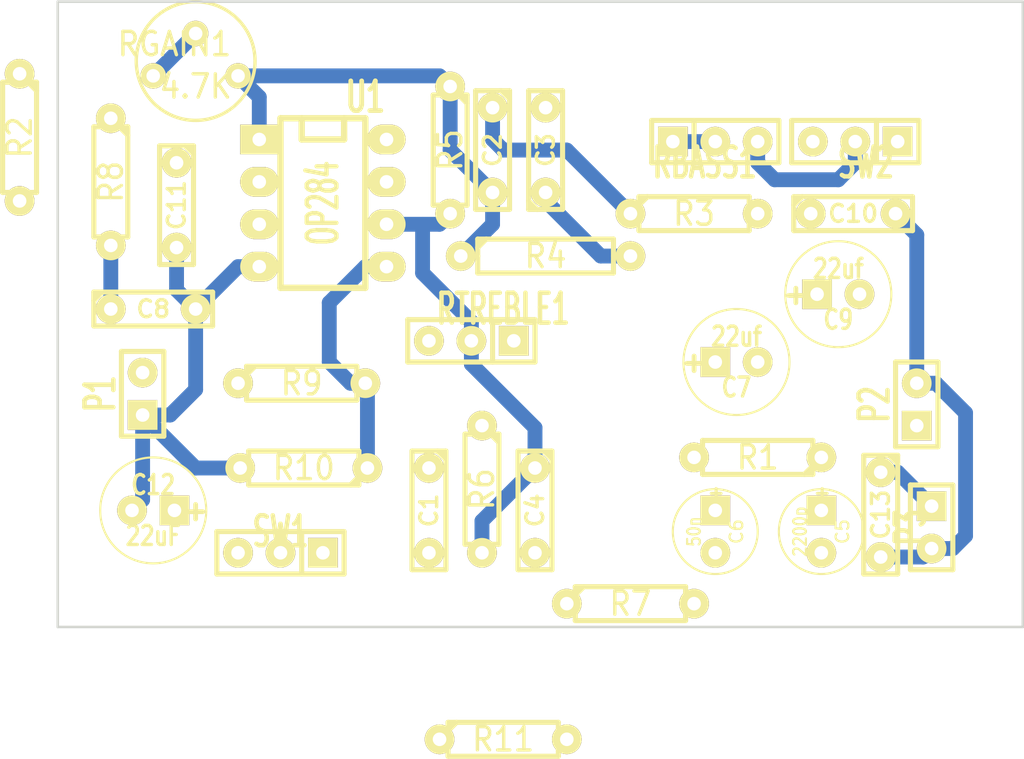
<source format=kicad_pcb>
(kicad_pcb (version 3) (host pcbnew "(2013-05-16 BZR 4016)-stable")

  (general
    (links 56)
    (no_connects 31)
    (area 138.354999 103.530399 201.497001 143.361402)
    (thickness 1.6)
    (drawings 4)
    (tracks 63)
    (zones 0)
    (modules 33)
    (nets 22)
  )

  (page A4)
  (layers
    (15 F.Cu signal)
    (0 B.Cu signal)
    (16 Dessous.Adhes user)
    (17 Dessus.Adhes user)
    (18 Dessous.Pate user)
    (19 Dessus.Pate user)
    (20 Dessous.SilkS user)
    (21 Dessus.SilkS user)
    (22 Dessous.Masque user)
    (23 Dessus.Masque user)
    (24 Dessin.User user)
    (25 Cmts.User user)
    (26 Eco1.User user)
    (27 Eco2.User user)
    (28 Contours.Ci user)
  )

  (setup
    (last_trace_width 0.889)
    (trace_clearance 0.508)
    (zone_clearance 0.508)
    (zone_45_only no)
    (trace_min 0.508)
    (segment_width 0.2)
    (edge_width 0.15)
    (via_size 1.778)
    (via_drill 0.762)
    (via_min_size 1.27)
    (via_min_drill 0.508)
    (uvia_size 0.508)
    (uvia_drill 0.127)
    (uvias_allowed no)
    (uvia_min_size 0.508)
    (uvia_min_drill 0.127)
    (pcb_text_width 0.3)
    (pcb_text_size 1.5 1.5)
    (mod_edge_width 0.15)
    (mod_text_size 1.5 1.5)
    (mod_text_width 0.15)
    (pad_size 1.778 2.286)
    (pad_drill 0.8128)
    (pad_to_mask_clearance 0.2)
    (aux_axis_origin 0 0)
    (visible_elements 7FFEFDFF)
    (pcbplotparams
      (layerselection 3178497)
      (usegerberextensions true)
      (excludeedgelayer true)
      (linewidth 0.150000)
      (plotframeref false)
      (viasonmask false)
      (mode 1)
      (useauxorigin false)
      (hpglpennumber 1)
      (hpglpenspeed 20)
      (hpglpendiameter 15)
      (hpglpenoverlay 2)
      (psnegative false)
      (psa4output false)
      (plotreference true)
      (plotvalue true)
      (plotothertext true)
      (plotinvisibletext false)
      (padsonsilk false)
      (subtractmaskfromsilk false)
      (outputformat 1)
      (mirror false)
      (drillshape 0)
      (scaleselection 1)
      (outputdirectory ""))
  )

  (net 0 "")
  (net 1 +9V)
  (net 2 GND)
  (net 3 N-0000010)
  (net 4 N-0000011)
  (net 5 N-0000012)
  (net 6 N-0000013)
  (net 7 N-0000014)
  (net 8 N-0000015)
  (net 9 N-0000016)
  (net 10 N-0000017)
  (net 11 N-0000018)
  (net 12 N-0000019)
  (net 13 N-0000020)
  (net 14 N-0000021)
  (net 15 N-000003)
  (net 16 N-000005)
  (net 17 N-000006)
  (net 18 N-000007)
  (net 19 N-000008)
  (net 20 N-000009)
  (net 21 Vref)

  (net_class Default "Ceci est la Netclass par défaut"
    (clearance 0.508)
    (trace_width 0.889)
    (via_dia 1.778)
    (via_drill 0.762)
    (uvia_dia 0.508)
    (uvia_drill 0.127)
    (add_net "")
    (add_net +9V)
    (add_net GND)
    (add_net N-0000010)
    (add_net N-0000011)
    (add_net N-0000012)
    (add_net N-0000013)
    (add_net N-0000014)
    (add_net N-0000015)
    (add_net N-0000016)
    (add_net N-0000017)
    (add_net N-0000018)
    (add_net N-0000019)
    (add_net N-0000020)
    (add_net N-0000021)
    (add_net N-000003)
    (add_net N-000005)
    (add_net N-000006)
    (add_net N-000007)
    (add_net N-000008)
    (add_net N-000009)
    (add_net Vref)
  )

  (module DIP-8_LARGE_PADS (layer F.Cu) (tedit 51B5D673) (tstamp 51B1DF9B)
    (at 154.305 116.205 270)
    (descr "8 pins DIL package, elliptical pads")
    (tags DIL)
    (path /51B0ED3A)
    (fp_text reference U1 (at -6.35 -2.54 360) (layer Dessus.SilkS)
      (effects (font (size 1.778 1.143) (thickness 0.3048)))
    )
    (fp_text value OP284 (at 0 0 270) (layer Dessus.SilkS)
      (effects (font (size 1.778 1.016) (thickness 0.3048)))
    )
    (fp_line (start -5.08 -1.27) (end -3.81 -1.27) (layer Dessus.SilkS) (width 0.381))
    (fp_line (start -3.81 -1.27) (end -3.81 1.27) (layer Dessus.SilkS) (width 0.381))
    (fp_line (start -3.81 1.27) (end -5.08 1.27) (layer Dessus.SilkS) (width 0.381))
    (fp_line (start -5.08 -2.54) (end 5.08 -2.54) (layer Dessus.SilkS) (width 0.381))
    (fp_line (start 5.08 -2.54) (end 5.08 2.54) (layer Dessus.SilkS) (width 0.381))
    (fp_line (start 5.08 2.54) (end -5.08 2.54) (layer Dessus.SilkS) (width 0.381))
    (fp_line (start -5.08 2.54) (end -5.08 -2.54) (layer Dessus.SilkS) (width 0.381))
    (pad 1 thru_hole rect (at -3.81 3.81 270) (size 1.778 2.286) (drill 0.8128)
      (layers *.Cu *.Mask Dessus.SilkS)
      (net 7 N-0000014)
    )
    (pad 2 thru_hole oval (at -1.27 3.81 270) (size 1.778 2.286) (drill 0.8128)
      (layers *.Cu *.Mask Dessus.SilkS)
      (net 16 N-000005)
    )
    (pad 3 thru_hole oval (at 1.27 3.81 270) (size 1.778 2.286) (drill 0.8128)
      (layers *.Cu *.Mask Dessus.SilkS)
      (net 15 N-000003)
    )
    (pad 4 thru_hole oval (at 3.81 3.81 270) (size 1.778 2.286) (drill 0.8128)
      (layers *.Cu *.Mask Dessus.SilkS)
      (net 2 GND)
    )
    (pad 5 thru_hole oval (at 3.81 -3.81 270) (size 1.778 2.286) (drill 0.8128)
      (layers *.Cu *.Mask Dessus.SilkS)
      (net 21 Vref)
    )
    (pad 6 thru_hole oval (at 1.27 -3.81 270) (size 1.778 2.286) (drill 0.8128)
      (layers *.Cu *.Mask Dessus.SilkS)
      (net 12 N-0000019)
    )
    (pad 7 thru_hole oval (at -1.27 -3.81 270) (size 1.778 2.286) (drill 0.8128)
      (layers *.Cu *.Mask Dessus.SilkS)
      (net 11 N-0000018)
    )
    (pad 8 thru_hole oval (at -3.81 -3.81 270) (size 1.778 2.286) (drill 0.8128)
      (layers *.Cu *.Mask Dessus.SilkS)
      (net 1 +9V)
    )
    (model dil/dil_8.wrl
      (at (xyz 0 0 0))
      (scale (xyz 1 1 1))
      (rotate (xyz 0 0 0))
    )
  )

  (module R3-LARGE_PADS (layer F.Cu) (tedit 51B5A1F4) (tstamp 51B1DF88)
    (at 136.144 112.268 270)
    (descr "Resitance 3 pas")
    (tags R)
    (path /51B1A765)
    (autoplace_cost180 10)
    (fp_text reference R2 (at 0 0 270) (layer Dessus.SilkS)
      (effects (font (size 1.397 1.27) (thickness 0.2032)))
    )
    (fp_text value 500 (at 0 0 270) (layer Dessus.SilkS) hide
      (effects (font (size 1.397 1.27) (thickness 0.2032)))
    )
    (fp_line (start -3.81 0) (end -3.302 0) (layer Dessus.SilkS) (width 0.3048))
    (fp_line (start 3.81 0) (end 3.302 0) (layer Dessus.SilkS) (width 0.3048))
    (fp_line (start 3.302 0) (end 3.302 -1.016) (layer Dessus.SilkS) (width 0.3048))
    (fp_line (start 3.302 -1.016) (end -3.302 -1.016) (layer Dessus.SilkS) (width 0.3048))
    (fp_line (start -3.302 -1.016) (end -3.302 1.016) (layer Dessus.SilkS) (width 0.3048))
    (fp_line (start -3.302 1.016) (end 3.302 1.016) (layer Dessus.SilkS) (width 0.3048))
    (fp_line (start 3.302 1.016) (end 3.302 0) (layer Dessus.SilkS) (width 0.3048))
    (fp_line (start -3.302 -0.508) (end -2.794 -1.016) (layer Dessus.SilkS) (width 0.3048))
    (pad 1 thru_hole circle (at -3.81 0 270) (size 1.778 1.778) (drill 0.8128)
      (layers *.Cu *.Mask Dessus.SilkS)
      (net 18 N-000007)
    )
    (pad 2 thru_hole circle (at 3.81 0 270) (size 1.778 1.778) (drill 0.8128)
      (layers *.Cu *.Mask Dessus.SilkS)
      (net 16 N-000005)
    )
    (model discret/resistor.wrl
      (at (xyz 0 0 0))
      (scale (xyz 0.3 0.3 0.3))
      (rotate (xyz 0 0 0))
    )
  )

  (module R3-LARGE_PADS (layer F.Cu) (tedit 51B5A1F4) (tstamp 51B1DF7A)
    (at 180.34 131.445 180)
    (descr "Resitance 3 pas")
    (tags R)
    (path /51B1A73D)
    (autoplace_cost180 10)
    (fp_text reference R1 (at 0 0 180) (layer Dessus.SilkS)
      (effects (font (size 1.397 1.27) (thickness 0.2032)))
    )
    (fp_text value 1Meg (at 0 0 180) (layer Dessus.SilkS) hide
      (effects (font (size 1.397 1.27) (thickness 0.2032)))
    )
    (fp_line (start -3.81 0) (end -3.302 0) (layer Dessus.SilkS) (width 0.3048))
    (fp_line (start 3.81 0) (end 3.302 0) (layer Dessus.SilkS) (width 0.3048))
    (fp_line (start 3.302 0) (end 3.302 -1.016) (layer Dessus.SilkS) (width 0.3048))
    (fp_line (start 3.302 -1.016) (end -3.302 -1.016) (layer Dessus.SilkS) (width 0.3048))
    (fp_line (start -3.302 -1.016) (end -3.302 1.016) (layer Dessus.SilkS) (width 0.3048))
    (fp_line (start -3.302 1.016) (end 3.302 1.016) (layer Dessus.SilkS) (width 0.3048))
    (fp_line (start 3.302 1.016) (end 3.302 0) (layer Dessus.SilkS) (width 0.3048))
    (fp_line (start -3.302 -0.508) (end -2.794 -1.016) (layer Dessus.SilkS) (width 0.3048))
    (pad 1 thru_hole circle (at -3.81 0 180) (size 1.778 1.778) (drill 0.8128)
      (layers *.Cu *.Mask Dessus.SilkS)
      (net 15 N-000003)
    )
    (pad 2 thru_hole circle (at 3.81 0 180) (size 1.778 1.778) (drill 0.8128)
      (layers *.Cu *.Mask Dessus.SilkS)
      (net 21 Vref)
    )
    (model discret/resistor.wrl
      (at (xyz 0 0 0))
      (scale (xyz 0.3 0.3 0.3))
      (rotate (xyz 0 0 0))
    )
  )

  (module R3-LARGE_PADS (layer F.Cu) (tedit 51B5A1F4) (tstamp 51B1DF6C)
    (at 176.53 116.84)
    (descr "Resitance 3 pas")
    (tags R)
    (path /51B1A74C)
    (autoplace_cost180 10)
    (fp_text reference R3 (at 0 0) (layer Dessus.SilkS)
      (effects (font (size 1.397 1.27) (thickness 0.2032)))
    )
    (fp_text value 10K (at 0 0) (layer Dessus.SilkS) hide
      (effects (font (size 1.397 1.27) (thickness 0.2032)))
    )
    (fp_line (start -3.81 0) (end -3.302 0) (layer Dessus.SilkS) (width 0.3048))
    (fp_line (start 3.81 0) (end 3.302 0) (layer Dessus.SilkS) (width 0.3048))
    (fp_line (start 3.302 0) (end 3.302 -1.016) (layer Dessus.SilkS) (width 0.3048))
    (fp_line (start 3.302 -1.016) (end -3.302 -1.016) (layer Dessus.SilkS) (width 0.3048))
    (fp_line (start -3.302 -1.016) (end -3.302 1.016) (layer Dessus.SilkS) (width 0.3048))
    (fp_line (start -3.302 1.016) (end 3.302 1.016) (layer Dessus.SilkS) (width 0.3048))
    (fp_line (start 3.302 1.016) (end 3.302 0) (layer Dessus.SilkS) (width 0.3048))
    (fp_line (start -3.302 -0.508) (end -2.794 -1.016) (layer Dessus.SilkS) (width 0.3048))
    (pad 1 thru_hole circle (at -3.81 0) (size 1.778 1.778) (drill 0.8128)
      (layers *.Cu *.Mask Dessus.SilkS)
      (net 16 N-000005)
    )
    (pad 2 thru_hole circle (at 3.81 0) (size 1.778 1.778) (drill 0.8128)
      (layers *.Cu *.Mask Dessus.SilkS)
      (net 21 Vref)
    )
    (model discret/resistor.wrl
      (at (xyz 0 0 0))
      (scale (xyz 0.3 0.3 0.3))
      (rotate (xyz 0 0 0))
    )
  )

  (module R3-LARGE_PADS (layer F.Cu) (tedit 51B5A1F4) (tstamp 51B1DF5E)
    (at 163.83 133.35 270)
    (descr "Resitance 3 pas")
    (tags R)
    (path /5194A4EE)
    (autoplace_cost180 10)
    (fp_text reference R6 (at 0 0 270) (layer Dessus.SilkS)
      (effects (font (size 1.397 1.27) (thickness 0.2032)))
    )
    (fp_text value 15K (at 0 0 270) (layer Dessus.SilkS) hide
      (effects (font (size 1.397 1.27) (thickness 0.2032)))
    )
    (fp_line (start -3.81 0) (end -3.302 0) (layer Dessus.SilkS) (width 0.3048))
    (fp_line (start 3.81 0) (end 3.302 0) (layer Dessus.SilkS) (width 0.3048))
    (fp_line (start 3.302 0) (end 3.302 -1.016) (layer Dessus.SilkS) (width 0.3048))
    (fp_line (start 3.302 -1.016) (end -3.302 -1.016) (layer Dessus.SilkS) (width 0.3048))
    (fp_line (start -3.302 -1.016) (end -3.302 1.016) (layer Dessus.SilkS) (width 0.3048))
    (fp_line (start -3.302 1.016) (end 3.302 1.016) (layer Dessus.SilkS) (width 0.3048))
    (fp_line (start 3.302 1.016) (end 3.302 0) (layer Dessus.SilkS) (width 0.3048))
    (fp_line (start -3.302 -0.508) (end -2.794 -1.016) (layer Dessus.SilkS) (width 0.3048))
    (pad 1 thru_hole circle (at -3.81 0 270) (size 1.778 1.778) (drill 0.8128)
      (layers *.Cu *.Mask Dessus.SilkS)
      (net 10 N-0000017)
    )
    (pad 2 thru_hole circle (at 3.81 0 270) (size 1.778 1.778) (drill 0.8128)
      (layers *.Cu *.Mask Dessus.SilkS)
      (net 12 N-0000019)
    )
    (model discret/resistor.wrl
      (at (xyz 0 0 0))
      (scale (xyz 0.3 0.3 0.3))
      (rotate (xyz 0 0 0))
    )
  )

  (module R3-LARGE_PADS (layer F.Cu) (tedit 51B5A1F4) (tstamp 51B1DF42)
    (at 172.72 140.208)
    (descr "Resitance 3 pas")
    (tags R)
    (path /53563E86)
    (autoplace_cost180 10)
    (fp_text reference R7 (at 0 0) (layer Dessus.SilkS)
      (effects (font (size 1.397 1.27) (thickness 0.2032)))
    )
    (fp_text value 22K (at 0 0) (layer Dessus.SilkS) hide
      (effects (font (size 1.397 1.27) (thickness 0.2032)))
    )
    (fp_line (start -3.81 0) (end -3.302 0) (layer Dessus.SilkS) (width 0.3048))
    (fp_line (start 3.81 0) (end 3.302 0) (layer Dessus.SilkS) (width 0.3048))
    (fp_line (start 3.302 0) (end 3.302 -1.016) (layer Dessus.SilkS) (width 0.3048))
    (fp_line (start 3.302 -1.016) (end -3.302 -1.016) (layer Dessus.SilkS) (width 0.3048))
    (fp_line (start -3.302 -1.016) (end -3.302 1.016) (layer Dessus.SilkS) (width 0.3048))
    (fp_line (start -3.302 1.016) (end 3.302 1.016) (layer Dessus.SilkS) (width 0.3048))
    (fp_line (start 3.302 1.016) (end 3.302 0) (layer Dessus.SilkS) (width 0.3048))
    (fp_line (start -3.302 -0.508) (end -2.794 -1.016) (layer Dessus.SilkS) (width 0.3048))
    (pad 1 thru_hole circle (at -3.81 0) (size 1.778 1.778) (drill 0.8128)
      (layers *.Cu *.Mask Dessus.SilkS)
      (net 11 N-0000018)
    )
    (pad 2 thru_hole circle (at 3.81 0) (size 1.778 1.778) (drill 0.8128)
      (layers *.Cu *.Mask Dessus.SilkS)
      (net 20 N-000009)
    )
    (model discret/resistor.wrl
      (at (xyz 0 0 0))
      (scale (xyz 0.3 0.3 0.3))
      (rotate (xyz 0 0 0))
    )
  )

  (module R3-LARGE_PADS (layer F.Cu) (tedit 51B5A1F4) (tstamp 51B1DF34)
    (at 153.035 127)
    (descr "Resitance 3 pas")
    (tags R)
    (path /5194B4AA)
    (autoplace_cost180 10)
    (fp_text reference R9 (at 0 0) (layer Dessus.SilkS)
      (effects (font (size 1.397 1.27) (thickness 0.2032)))
    )
    (fp_text value 20K (at 0 0) (layer Dessus.SilkS) hide
      (effects (font (size 1.397 1.27) (thickness 0.2032)))
    )
    (fp_line (start -3.81 0) (end -3.302 0) (layer Dessus.SilkS) (width 0.3048))
    (fp_line (start 3.81 0) (end 3.302 0) (layer Dessus.SilkS) (width 0.3048))
    (fp_line (start 3.302 0) (end 3.302 -1.016) (layer Dessus.SilkS) (width 0.3048))
    (fp_line (start 3.302 -1.016) (end -3.302 -1.016) (layer Dessus.SilkS) (width 0.3048))
    (fp_line (start -3.302 -1.016) (end -3.302 1.016) (layer Dessus.SilkS) (width 0.3048))
    (fp_line (start -3.302 1.016) (end 3.302 1.016) (layer Dessus.SilkS) (width 0.3048))
    (fp_line (start 3.302 1.016) (end 3.302 0) (layer Dessus.SilkS) (width 0.3048))
    (fp_line (start -3.302 -0.508) (end -2.794 -1.016) (layer Dessus.SilkS) (width 0.3048))
    (pad 1 thru_hole circle (at -3.81 0) (size 1.778 1.778) (drill 0.8128)
      (layers *.Cu *.Mask Dessus.SilkS)
      (net 1 +9V)
    )
    (pad 2 thru_hole circle (at 3.81 0) (size 1.778 1.778) (drill 0.8128)
      (layers *.Cu *.Mask Dessus.SilkS)
      (net 21 Vref)
    )
    (model discret/resistor.wrl
      (at (xyz 0 0 0))
      (scale (xyz 0.3 0.3 0.3))
      (rotate (xyz 0 0 0))
    )
  )

  (module R3-LARGE_PADS (layer F.Cu) (tedit 51B5A1F4) (tstamp 51B1DF26)
    (at 141.605 114.935 270)
    (descr "Resitance 3 pas")
    (tags R)
    (path /51B1AF4B)
    (autoplace_cost180 10)
    (fp_text reference R8 (at 0 0 270) (layer Dessus.SilkS)
      (effects (font (size 1.397 1.27) (thickness 0.2032)))
    )
    (fp_text value 1Meg (at 0 0 270) (layer Dessus.SilkS) hide
      (effects (font (size 1.397 1.27) (thickness 0.2032)))
    )
    (fp_line (start -3.81 0) (end -3.302 0) (layer Dessus.SilkS) (width 0.3048))
    (fp_line (start 3.81 0) (end 3.302 0) (layer Dessus.SilkS) (width 0.3048))
    (fp_line (start 3.302 0) (end 3.302 -1.016) (layer Dessus.SilkS) (width 0.3048))
    (fp_line (start 3.302 -1.016) (end -3.302 -1.016) (layer Dessus.SilkS) (width 0.3048))
    (fp_line (start -3.302 -1.016) (end -3.302 1.016) (layer Dessus.SilkS) (width 0.3048))
    (fp_line (start -3.302 1.016) (end 3.302 1.016) (layer Dessus.SilkS) (width 0.3048))
    (fp_line (start 3.302 1.016) (end 3.302 0) (layer Dessus.SilkS) (width 0.3048))
    (fp_line (start -3.302 -0.508) (end -2.794 -1.016) (layer Dessus.SilkS) (width 0.3048))
    (pad 1 thru_hole circle (at -3.81 0 270) (size 1.778 1.778) (drill 0.8128)
      (layers *.Cu *.Mask Dessus.SilkS)
      (net 3 N-0000010)
    )
    (pad 2 thru_hole circle (at 3.81 0 270) (size 1.778 1.778) (drill 0.8128)
      (layers *.Cu *.Mask Dessus.SilkS)
      (net 21 Vref)
    )
    (model discret/resistor.wrl
      (at (xyz 0 0 0))
      (scale (xyz 0.3 0.3 0.3))
      (rotate (xyz 0 0 0))
    )
  )

  (module R3-LARGE_PADS (layer F.Cu) (tedit 51B5A1F4) (tstamp 51B1EF87)
    (at 153.162 132.08 180)
    (descr "Resitance 3 pas")
    (tags R)
    (path /5194B4B0)
    (autoplace_cost180 10)
    (fp_text reference R10 (at 0 0 180) (layer Dessus.SilkS)
      (effects (font (size 1.397 1.27) (thickness 0.2032)))
    )
    (fp_text value 20K (at 0 0 180) (layer Dessus.SilkS) hide
      (effects (font (size 1.397 1.27) (thickness 0.2032)))
    )
    (fp_line (start -3.81 0) (end -3.302 0) (layer Dessus.SilkS) (width 0.3048))
    (fp_line (start 3.81 0) (end 3.302 0) (layer Dessus.SilkS) (width 0.3048))
    (fp_line (start 3.302 0) (end 3.302 -1.016) (layer Dessus.SilkS) (width 0.3048))
    (fp_line (start 3.302 -1.016) (end -3.302 -1.016) (layer Dessus.SilkS) (width 0.3048))
    (fp_line (start -3.302 -1.016) (end -3.302 1.016) (layer Dessus.SilkS) (width 0.3048))
    (fp_line (start -3.302 1.016) (end 3.302 1.016) (layer Dessus.SilkS) (width 0.3048))
    (fp_line (start 3.302 1.016) (end 3.302 0) (layer Dessus.SilkS) (width 0.3048))
    (fp_line (start -3.302 -0.508) (end -2.794 -1.016) (layer Dessus.SilkS) (width 0.3048))
    (pad 1 thru_hole circle (at -3.81 0 180) (size 1.778 1.778) (drill 0.8128)
      (layers *.Cu *.Mask Dessus.SilkS)
      (net 21 Vref)
    )
    (pad 2 thru_hole circle (at 3.81 0 180) (size 1.778 1.778) (drill 0.8128)
      (layers *.Cu *.Mask Dessus.SilkS)
      (net 2 GND)
    )
    (model discret/resistor.wrl
      (at (xyz 0 0 0))
      (scale (xyz 0.3 0.3 0.3))
      (rotate (xyz 0 0 0))
    )
  )

  (module R3-LARGE_PADS (layer F.Cu) (tedit 51B5A1F4) (tstamp 51B1DF50)
    (at 161.925 113.03 270)
    (descr "Resitance 3 pas")
    (tags R)
    (path /5194A4D6)
    (autoplace_cost180 10)
    (fp_text reference R5 (at 0 0 270) (layer Dessus.SilkS)
      (effects (font (size 1.397 1.27) (thickness 0.2032)))
    )
    (fp_text value 47K (at 0 0 270) (layer Dessus.SilkS) hide
      (effects (font (size 1.397 1.27) (thickness 0.2032)))
    )
    (fp_line (start -3.81 0) (end -3.302 0) (layer Dessus.SilkS) (width 0.3048))
    (fp_line (start 3.81 0) (end 3.302 0) (layer Dessus.SilkS) (width 0.3048))
    (fp_line (start 3.302 0) (end 3.302 -1.016) (layer Dessus.SilkS) (width 0.3048))
    (fp_line (start 3.302 -1.016) (end -3.302 -1.016) (layer Dessus.SilkS) (width 0.3048))
    (fp_line (start -3.302 -1.016) (end -3.302 1.016) (layer Dessus.SilkS) (width 0.3048))
    (fp_line (start -3.302 1.016) (end 3.302 1.016) (layer Dessus.SilkS) (width 0.3048))
    (fp_line (start 3.302 1.016) (end 3.302 0) (layer Dessus.SilkS) (width 0.3048))
    (fp_line (start -3.302 -0.508) (end -2.794 -1.016) (layer Dessus.SilkS) (width 0.3048))
    (pad 1 thru_hole circle (at -3.81 0 270) (size 1.778 1.778) (drill 0.8128)
      (layers *.Cu *.Mask Dessus.SilkS)
      (net 7 N-0000014)
    )
    (pad 2 thru_hole circle (at 3.81 0 270) (size 1.778 1.778) (drill 0.8128)
      (layers *.Cu *.Mask Dessus.SilkS)
      (net 12 N-0000019)
    )
    (model discret/resistor.wrl
      (at (xyz 0 0 0))
      (scale (xyz 0.3 0.3 0.3))
      (rotate (xyz 0 0 0))
    )
  )

  (module C2-LARGE_PADS (layer F.Cu) (tedit 51B5A1DF) (tstamp 51B1DFE8)
    (at 145.542 116.332 270)
    (descr "Condensateur = 2 pas")
    (tags C)
    (path /5194AE09)
    (fp_text reference C11 (at 0 0 270) (layer Dessus.SilkS)
      (effects (font (size 1.016 1.016) (thickness 0.2032)))
    )
    (fp_text value 47nf (at 0 0 270) (layer Dessus.SilkS) hide
      (effects (font (size 1.016 1.016) (thickness 0.2032)))
    )
    (fp_line (start -3.556 -1.016) (end 3.556 -1.016) (layer Dessus.SilkS) (width 0.3048))
    (fp_line (start 3.556 -1.016) (end 3.556 1.016) (layer Dessus.SilkS) (width 0.3048))
    (fp_line (start 3.556 1.016) (end -3.556 1.016) (layer Dessus.SilkS) (width 0.3048))
    (fp_line (start -3.556 1.016) (end -3.556 -1.016) (layer Dessus.SilkS) (width 0.3048))
    (fp_line (start -3.556 -0.508) (end -3.048 -1.016) (layer Dessus.SilkS) (width 0.3048))
    (pad 1 thru_hole circle (at -2.54 0 270) (size 1.778 1.778) (drill 0.8128)
      (layers *.Cu *.Mask Dessus.SilkS)
      (net 5 N-0000012)
    )
    (pad 2 thru_hole circle (at 2.54 0 270) (size 1.778 1.778) (drill 0.8128)
      (layers *.Cu *.Mask Dessus.SilkS)
      (net 2 GND)
    )
    (model discret/capa_2pas_5x5mm.wrl
      (at (xyz 0 0 0))
      (scale (xyz 1 1 1))
      (rotate (xyz 0 0 0))
    )
  )

  (module C2-LARGE_PADS (layer F.Cu) (tedit 51B5A1DF) (tstamp 51B1DFDD)
    (at 167.005 134.62 270)
    (descr "Condensateur = 2 pas")
    (tags C)
    (path /5194A574)
    (fp_text reference C4 (at 0 0 270) (layer Dessus.SilkS)
      (effects (font (size 1.016 1.016) (thickness 0.2032)))
    )
    (fp_text value 470p (at 0 0 270) (layer Dessus.SilkS) hide
      (effects (font (size 1.016 1.016) (thickness 0.2032)))
    )
    (fp_line (start -3.556 -1.016) (end 3.556 -1.016) (layer Dessus.SilkS) (width 0.3048))
    (fp_line (start 3.556 -1.016) (end 3.556 1.016) (layer Dessus.SilkS) (width 0.3048))
    (fp_line (start 3.556 1.016) (end -3.556 1.016) (layer Dessus.SilkS) (width 0.3048))
    (fp_line (start -3.556 1.016) (end -3.556 -1.016) (layer Dessus.SilkS) (width 0.3048))
    (fp_line (start -3.556 -0.508) (end -3.048 -1.016) (layer Dessus.SilkS) (width 0.3048))
    (pad 1 thru_hole circle (at -2.54 0 270) (size 1.778 1.778) (drill 0.8128)
      (layers *.Cu *.Mask Dessus.SilkS)
      (net 12 N-0000019)
    )
    (pad 2 thru_hole circle (at 2.54 0 270) (size 1.778 1.778) (drill 0.8128)
      (layers *.Cu *.Mask Dessus.SilkS)
      (net 11 N-0000018)
    )
    (model discret/capa_2pas_5x5mm.wrl
      (at (xyz 0 0 0))
      (scale (xyz 1 1 1))
      (rotate (xyz 0 0 0))
    )
  )

  (module C2-LARGE_PADS (layer F.Cu) (tedit 51B5A1DF) (tstamp 51B1DFD2)
    (at 144.145 122.555)
    (descr "Condensateur = 2 pas")
    (tags C)
    (path /5194B4BA)
    (fp_text reference C8 (at 0 0) (layer Dessus.SilkS)
      (effects (font (size 1.016 1.016) (thickness 0.2032)))
    )
    (fp_text value 50uf (at 0 0) (layer Dessus.SilkS) hide
      (effects (font (size 1.016 1.016) (thickness 0.2032)))
    )
    (fp_line (start -3.556 -1.016) (end 3.556 -1.016) (layer Dessus.SilkS) (width 0.3048))
    (fp_line (start 3.556 -1.016) (end 3.556 1.016) (layer Dessus.SilkS) (width 0.3048))
    (fp_line (start 3.556 1.016) (end -3.556 1.016) (layer Dessus.SilkS) (width 0.3048))
    (fp_line (start -3.556 1.016) (end -3.556 -1.016) (layer Dessus.SilkS) (width 0.3048))
    (fp_line (start -3.556 -0.508) (end -3.048 -1.016) (layer Dessus.SilkS) (width 0.3048))
    (pad 1 thru_hole circle (at -2.54 0) (size 1.778 1.778) (drill 0.8128)
      (layers *.Cu *.Mask Dessus.SilkS)
      (net 21 Vref)
    )
    (pad 2 thru_hole circle (at 2.54 0) (size 1.778 1.778) (drill 0.8128)
      (layers *.Cu *.Mask Dessus.SilkS)
      (net 2 GND)
    )
    (model discret/capa_2pas_5x5mm.wrl
      (at (xyz 0 0 0))
      (scale (xyz 1 1 1))
      (rotate (xyz 0 0 0))
    )
  )

  (module C2-LARGE_PADS (layer F.Cu) (tedit 51B5A1DF) (tstamp 51B1DFC7)
    (at 167.64 113.03 90)
    (descr "Condensateur = 2 pas")
    (tags C)
    (path /5194A4FE)
    (fp_text reference C3 (at 0 0 90) (layer Dessus.SilkS)
      (effects (font (size 1.016 1.016) (thickness 0.2032)))
    )
    (fp_text value 11n (at 0 0 90) (layer Dessus.SilkS) hide
      (effects (font (size 1.016 1.016) (thickness 0.2032)))
    )
    (fp_line (start -3.556 -1.016) (end 3.556 -1.016) (layer Dessus.SilkS) (width 0.3048))
    (fp_line (start 3.556 -1.016) (end 3.556 1.016) (layer Dessus.SilkS) (width 0.3048))
    (fp_line (start 3.556 1.016) (end -3.556 1.016) (layer Dessus.SilkS) (width 0.3048))
    (fp_line (start -3.556 1.016) (end -3.556 -1.016) (layer Dessus.SilkS) (width 0.3048))
    (fp_line (start -3.556 -0.508) (end -3.048 -1.016) (layer Dessus.SilkS) (width 0.3048))
    (pad 1 thru_hole circle (at -2.54 0 90) (size 1.778 1.778) (drill 0.8128)
      (layers *.Cu *.Mask Dessus.SilkS)
      (net 19 N-000008)
    )
    (pad 2 thru_hole circle (at 2.54 0 90) (size 1.778 1.778) (drill 0.8128)
      (layers *.Cu *.Mask Dessus.SilkS)
      (net 4 N-0000011)
    )
    (model discret/capa_2pas_5x5mm.wrl
      (at (xyz 0 0 0))
      (scale (xyz 1 1 1))
      (rotate (xyz 0 0 0))
    )
  )

  (module C2-LARGE_PADS (layer F.Cu) (tedit 51B5A1DF) (tstamp 51B1DFBC)
    (at 160.655 134.62 270)
    (descr "Condensateur = 2 pas")
    (tags C)
    (path /5194A946)
    (fp_text reference C1 (at 0 0 270) (layer Dessus.SilkS)
      (effects (font (size 1.016 1.016) (thickness 0.2032)))
    )
    (fp_text value 0.1u (at 0 0 270) (layer Dessus.SilkS) hide
      (effects (font (size 1.016 1.016) (thickness 0.2032)))
    )
    (fp_line (start -3.556 -1.016) (end 3.556 -1.016) (layer Dessus.SilkS) (width 0.3048))
    (fp_line (start 3.556 -1.016) (end 3.556 1.016) (layer Dessus.SilkS) (width 0.3048))
    (fp_line (start 3.556 1.016) (end -3.556 1.016) (layer Dessus.SilkS) (width 0.3048))
    (fp_line (start -3.556 1.016) (end -3.556 -1.016) (layer Dessus.SilkS) (width 0.3048))
    (fp_line (start -3.556 -0.508) (end -3.048 -1.016) (layer Dessus.SilkS) (width 0.3048))
    (pad 1 thru_hole circle (at -2.54 0 270) (size 1.778 1.778) (drill 0.8128)
      (layers *.Cu *.Mask Dessus.SilkS)
      (net 6 N-0000013)
    )
    (pad 2 thru_hole circle (at 2.54 0 270) (size 1.778 1.778) (drill 0.8128)
      (layers *.Cu *.Mask Dessus.SilkS)
      (net 15 N-000003)
    )
    (model discret/capa_2pas_5x5mm.wrl
      (at (xyz 0 0 0))
      (scale (xyz 1 1 1))
      (rotate (xyz 0 0 0))
    )
  )

  (module C2-LARGE_PADS (layer F.Cu) (tedit 51B5A1DF) (tstamp 51B1DFB1)
    (at 186.055 116.84)
    (descr "Condensateur = 2 pas")
    (tags C)
    (path /5194B4C5)
    (fp_text reference C10 (at 0 0) (layer Dessus.SilkS)
      (effects (font (size 1.016 1.016) (thickness 0.2032)))
    )
    (fp_text value 1uf (at 0 0) (layer Dessus.SilkS) hide
      (effects (font (size 1.016 1.016) (thickness 0.2032)))
    )
    (fp_line (start -3.556 -1.016) (end 3.556 -1.016) (layer Dessus.SilkS) (width 0.3048))
    (fp_line (start 3.556 -1.016) (end 3.556 1.016) (layer Dessus.SilkS) (width 0.3048))
    (fp_line (start 3.556 1.016) (end -3.556 1.016) (layer Dessus.SilkS) (width 0.3048))
    (fp_line (start -3.556 1.016) (end -3.556 -1.016) (layer Dessus.SilkS) (width 0.3048))
    (fp_line (start -3.556 -0.508) (end -3.048 -1.016) (layer Dessus.SilkS) (width 0.3048))
    (pad 1 thru_hole circle (at -2.54 0) (size 1.778 1.778) (drill 0.8128)
      (layers *.Cu *.Mask Dessus.SilkS)
      (net 1 +9V)
    )
    (pad 2 thru_hole circle (at 2.54 0) (size 1.778 1.778) (drill 0.8128)
      (layers *.Cu *.Mask Dessus.SilkS)
      (net 2 GND)
    )
    (model discret/capa_2pas_5x5mm.wrl
      (at (xyz 0 0 0))
      (scale (xyz 1 1 1))
      (rotate (xyz 0 0 0))
    )
  )

  (module C2-LARGE_PADS (layer F.Cu) (tedit 51B5A1DF) (tstamp 51B1DFA6)
    (at 164.465 113.03 270)
    (descr "Condensateur = 2 pas")
    (tags C)
    (path /51B1A91A)
    (fp_text reference C2 (at 0 0 270) (layer Dessus.SilkS)
      (effects (font (size 1.016 1.016) (thickness 0.2032)))
    )
    (fp_text value 100p (at 0 0 270) (layer Dessus.SilkS) hide
      (effects (font (size 1.016 1.016) (thickness 0.2032)))
    )
    (fp_line (start -3.556 -1.016) (end 3.556 -1.016) (layer Dessus.SilkS) (width 0.3048))
    (fp_line (start 3.556 -1.016) (end 3.556 1.016) (layer Dessus.SilkS) (width 0.3048))
    (fp_line (start 3.556 1.016) (end -3.556 1.016) (layer Dessus.SilkS) (width 0.3048))
    (fp_line (start -3.556 1.016) (end -3.556 -1.016) (layer Dessus.SilkS) (width 0.3048))
    (fp_line (start -3.556 -0.508) (end -3.048 -1.016) (layer Dessus.SilkS) (width 0.3048))
    (pad 1 thru_hole circle (at -2.54 0 270) (size 1.778 1.778) (drill 0.8128)
      (layers *.Cu *.Mask Dessus.SilkS)
      (net 16 N-000005)
    )
    (pad 2 thru_hole circle (at 2.54 0 270) (size 1.778 1.778) (drill 0.8128)
      (layers *.Cu *.Mask Dessus.SilkS)
      (net 7 N-0000014)
    )
    (model discret/capa_2pas_5x5mm.wrl
      (at (xyz 0 0 0))
      (scale (xyz 1 1 1))
      (rotate (xyz 0 0 0))
    )
  )

  (module SIL-2-LARGE_PADS (layer F.Cu) (tedit 51B9C51D) (tstamp 51B4E4A6)
    (at 190.754 135.636 270)
    (descr "Connecteurs 2 pins")
    (tags "CONN DEV")
    (path /51B1AC68)
    (fp_text reference P3 (at 0 1.27 270) (layer Dessus.SilkS)
      (effects (font (size 1.72974 1.08712) (thickness 0.3048)))
    )
    (fp_text value CONN_2 (at 0 -2.54 270) (layer Dessus.SilkS) hide
      (effects (font (size 1.524 1.016) (thickness 0.3048)))
    )
    (fp_line (start -2.54 1.27) (end -2.54 -1.27) (layer Dessus.SilkS) (width 0.3048))
    (fp_line (start -2.54 -1.27) (end 2.54 -1.27) (layer Dessus.SilkS) (width 0.3048))
    (fp_line (start 2.54 -1.27) (end 2.54 1.27) (layer Dessus.SilkS) (width 0.3048))
    (fp_line (start 2.54 1.27) (end -2.54 1.27) (layer Dessus.SilkS) (width 0.3048))
    (pad 1 thru_hole rect (at -1.27 0 270) (size 1.778 1.778) (drill 0.8128)
      (layers *.Cu *.Mask Dessus.SilkS)
      (net 1 +9V)
    )
    (pad 2 thru_hole circle (at 1.27 0 270) (size 1.778 1.778) (drill 0.8128)
      (layers *.Cu *.Mask Dessus.SilkS)
      (net 2 GND)
    )
    (model pin_array/pins_array_2x1.wrl
      (at (xyz 0 0 0))
      (scale (xyz 1 1 1))
      (rotate (xyz 0 0 0))
    )
  )

  (module SIL-2-LARGE_PADS (layer F.Cu) (tedit 51B9C518) (tstamp 51B1DEE8)
    (at 189.865 128.27 90)
    (descr "Connecteurs 2 pins")
    (tags "CONN DEV")
    (path /5194D020)
    (fp_text reference P2 (at 0 -2.54 90) (layer Dessus.SilkS)
      (effects (font (size 1.72974 1.08712) (thickness 0.3048)))
    )
    (fp_text value CONN_2 (at 0 1.27 90) (layer Dessus.SilkS) hide
      (effects (font (size 1.524 1.016) (thickness 0.3048)))
    )
    (fp_line (start -2.54 1.27) (end -2.54 -1.27) (layer Dessus.SilkS) (width 0.3048))
    (fp_line (start -2.54 -1.27) (end 2.54 -1.27) (layer Dessus.SilkS) (width 0.3048))
    (fp_line (start 2.54 -1.27) (end 2.54 1.27) (layer Dessus.SilkS) (width 0.3048))
    (fp_line (start 2.54 1.27) (end -2.54 1.27) (layer Dessus.SilkS) (width 0.3048))
    (pad 1 thru_hole rect (at -1.27 0 90) (size 1.778 1.778) (drill 0.8128)
      (layers *.Cu *.Mask Dessus.SilkS)
      (net 14 N-0000021)
    )
    (pad 2 thru_hole circle (at 1.27 0 90) (size 1.778 1.778) (drill 0.8128)
      (layers *.Cu *.Mask Dessus.SilkS)
      (net 2 GND)
    )
    (model pin_array/pins_array_2x1.wrl
      (at (xyz 0 0 0))
      (scale (xyz 1 1 1))
      (rotate (xyz 0 0 0))
    )
  )

  (module SIL-2-LARGE_PADS (layer F.Cu) (tedit 51B9C52A) (tstamp 51B1DEFC)
    (at 143.51 127.635 90)
    (descr "Connecteurs 2 pins")
    (tags "CONN DEV")
    (path /5194CFD4)
    (fp_text reference P1 (at 0 -2.54 90) (layer Dessus.SilkS)
      (effects (font (size 1.72974 1.08712) (thickness 0.3048)))
    )
    (fp_text value CONN_2 (at 0 1.905 90) (layer Dessus.SilkS) hide
      (effects (font (size 1.524 1.016) (thickness 0.3048)))
    )
    (fp_line (start -2.54 1.27) (end -2.54 -1.27) (layer Dessus.SilkS) (width 0.3048))
    (fp_line (start -2.54 -1.27) (end 2.54 -1.27) (layer Dessus.SilkS) (width 0.3048))
    (fp_line (start 2.54 -1.27) (end 2.54 1.27) (layer Dessus.SilkS) (width 0.3048))
    (fp_line (start 2.54 1.27) (end -2.54 1.27) (layer Dessus.SilkS) (width 0.3048))
    (pad 1 thru_hole rect (at -1.27 0 90) (size 1.778 1.778) (drill 0.8128)
      (layers *.Cu *.Mask Dessus.SilkS)
      (net 2 GND)
    )
    (pad 2 thru_hole circle (at 1.27 0 90) (size 1.778 1.778) (drill 0.8128)
      (layers *.Cu *.Mask Dessus.SilkS)
      (net 6 N-0000013)
    )
    (model pin_array/pins_array_2x1.wrl
      (at (xyz 0 0 0))
      (scale (xyz 1 1 1))
      (rotate (xyz 0 0 0))
    )
  )

  (module SIL-3-LARGE_PADS (layer F.Cu) (tedit 51B9C4D2) (tstamp 51B1DEBA)
    (at 163.195 124.46 180)
    (descr "Connecteur 3 pins")
    (tags "CONN DEV")
    (path /5194A643)
    (fp_text reference RTREBLE1 (at -1.905 1.905 180) (layer Dessus.SilkS)
      (effects (font (size 1.7907 1.07696) (thickness 0.3048)))
    )
    (fp_text value "100K REVLOG" (at 0 -2.54 180) (layer Dessus.SilkS) hide
      (effects (font (size 1.524 1.016) (thickness 0.3048)))
    )
    (fp_line (start -3.81 1.27) (end -3.81 -1.27) (layer Dessus.SilkS) (width 0.3048))
    (fp_line (start -3.81 -1.27) (end 3.81 -1.27) (layer Dessus.SilkS) (width 0.3048))
    (fp_line (start 3.81 -1.27) (end 3.81 1.27) (layer Dessus.SilkS) (width 0.3048))
    (fp_line (start 3.81 1.27) (end -3.81 1.27) (layer Dessus.SilkS) (width 0.3048))
    (fp_line (start -1.27 -1.27) (end -1.27 1.27) (layer Dessus.SilkS) (width 0.3048))
    (pad 1 thru_hole rect (at -2.54 0 180) (size 1.778 1.778) (drill 0.8128)
      (layers *.Cu *.Mask Dessus.SilkS)
      (net 4 N-0000011)
    )
    (pad 2 thru_hole circle (at 0 0 180) (size 1.778 1.778) (drill 0.8128)
      (layers *.Cu *.Mask Dessus.SilkS)
      (net 12 N-0000019)
    )
    (pad 3 thru_hole circle (at 2.54 0 180) (size 1.778 1.778) (drill 0.8128)
      (layers *.Cu *.Mask Dessus.SilkS)
      (net 17 N-000006)
    )
    (model pin_array/pins_array_3x1.wrl
      (at (xyz 0 0 0))
      (scale (xyz 1 1 1))
      (rotate (xyz 0 0 0))
    )
  )

  (module SIL-3-LARGE_PADS (layer F.Cu) (tedit 51B9C4DB) (tstamp 51B1DEAE)
    (at 151.765 137.16 180)
    (descr "Connecteur 3 pins")
    (tags "CONN DEV")
    (path /51B1D3A0)
    (fp_text reference SW1 (at 0 1.27 180) (layer Dessus.SilkS)
      (effects (font (size 1.7907 1.07696) (thickness 0.3048)))
    )
    (fp_text value SWITCH_INV (at 0 -2.54 180) (layer Dessus.SilkS) hide
      (effects (font (size 1.524 1.016) (thickness 0.3048)))
    )
    (fp_line (start -3.81 1.27) (end -3.81 -1.27) (layer Dessus.SilkS) (width 0.3048))
    (fp_line (start -3.81 -1.27) (end 3.81 -1.27) (layer Dessus.SilkS) (width 0.3048))
    (fp_line (start 3.81 -1.27) (end 3.81 1.27) (layer Dessus.SilkS) (width 0.3048))
    (fp_line (start 3.81 1.27) (end -3.81 1.27) (layer Dessus.SilkS) (width 0.3048))
    (fp_line (start -1.27 -1.27) (end -1.27 1.27) (layer Dessus.SilkS) (width 0.3048))
    (pad 1 thru_hole rect (at -2.54 0 180) (size 1.778 1.778) (drill 0.8128)
      (layers *.Cu *.Mask Dessus.SilkS)
      (net 11 N-0000018)
    )
    (pad 2 thru_hole circle (at 0 0 180) (size 1.778 1.778) (drill 0.8128)
      (layers *.Cu *.Mask Dessus.SilkS)
      (net 13 N-0000020)
    )
    (pad 3 thru_hole circle (at 2.54 0 180) (size 1.778 1.778) (drill 0.8128)
      (layers *.Cu *.Mask Dessus.SilkS)
      (net 3 N-0000010)
    )
    (model pin_array/pins_array_3x1.wrl
      (at (xyz 0 0 0))
      (scale (xyz 1 1 1))
      (rotate (xyz 0 0 0))
    )
  )

  (module SIL-3-LARGE_PADS (layer F.Cu) (tedit 51B9C508) (tstamp 51B1DEA2)
    (at 186.182 112.522 180)
    (descr "Connecteur 3 pins")
    (tags "CONN DEV")
    (path /51B1D3AF)
    (fp_text reference SW2 (at -0.635 -1.27 180) (layer Dessus.SilkS)
      (effects (font (size 1.7907 1.07696) (thickness 0.3048)))
    )
    (fp_text value SWITCH_INV (at -1.27 2.54 180) (layer Dessus.SilkS) hide
      (effects (font (size 1.524 1.016) (thickness 0.3048)))
    )
    (fp_line (start -3.81 1.27) (end -3.81 -1.27) (layer Dessus.SilkS) (width 0.3048))
    (fp_line (start -3.81 -1.27) (end 3.81 -1.27) (layer Dessus.SilkS) (width 0.3048))
    (fp_line (start 3.81 -1.27) (end 3.81 1.27) (layer Dessus.SilkS) (width 0.3048))
    (fp_line (start 3.81 1.27) (end -3.81 1.27) (layer Dessus.SilkS) (width 0.3048))
    (fp_line (start -1.27 -1.27) (end -1.27 1.27) (layer Dessus.SilkS) (width 0.3048))
    (pad 1 thru_hole rect (at -2.54 0 180) (size 1.778 1.778) (drill 0.8128)
      (layers *.Cu *.Mask Dessus.SilkS)
      (net 10 N-0000017)
    )
    (pad 2 thru_hole circle (at 0 0 180) (size 1.778 1.778) (drill 0.8128)
      (layers *.Cu *.Mask Dessus.SilkS)
      (net 8 N-0000015)
    )
    (pad 3 thru_hole circle (at 2.54 0 180) (size 1.778 1.778) (drill 0.8128)
      (layers *.Cu *.Mask Dessus.SilkS)
      (net 5 N-0000012)
    )
    (model pin_array/pins_array_3x1.wrl
      (at (xyz 0 0 0))
      (scale (xyz 1 1 1))
      (rotate (xyz 0 0 0))
    )
  )

  (module SIL-3-LARGE_PADS (layer F.Cu) (tedit 51B9C4EC) (tstamp 51B1DEDE)
    (at 177.8 112.522)
    (descr "Connecteur 3 pins")
    (tags "CONN DEV")
    (path /5194AD59)
    (fp_text reference RBASS1 (at -0.635 1.27) (layer Dessus.SilkS)
      (effects (font (size 1.7907 1.07696) (thickness 0.3048)))
    )
    (fp_text value "100K LOG" (at 0 -2.54) (layer Dessus.SilkS) hide
      (effects (font (size 1.524 1.016) (thickness 0.3048)))
    )
    (fp_line (start -3.81 1.27) (end -3.81 -1.27) (layer Dessus.SilkS) (width 0.3048))
    (fp_line (start -3.81 -1.27) (end 3.81 -1.27) (layer Dessus.SilkS) (width 0.3048))
    (fp_line (start 3.81 -1.27) (end 3.81 1.27) (layer Dessus.SilkS) (width 0.3048))
    (fp_line (start 3.81 1.27) (end -3.81 1.27) (layer Dessus.SilkS) (width 0.3048))
    (fp_line (start -1.27 -1.27) (end -1.27 1.27) (layer Dessus.SilkS) (width 0.3048))
    (pad 1 thru_hole rect (at -2.54 0) (size 1.778 1.778) (drill 0.8128)
      (layers *.Cu *.Mask Dessus.SilkS)
      (net 13 N-0000020)
    )
    (pad 2 thru_hole circle (at 0 0) (size 1.778 1.778) (drill 0.8128)
      (layers *.Cu *.Mask Dessus.SilkS)
      (net 13 N-0000020)
    )
    (pad 3 thru_hole circle (at 2.54 0) (size 1.778 1.778) (drill 0.8128)
      (layers *.Cu *.Mask Dessus.SilkS)
      (net 8 N-0000015)
    )
    (model pin_array/pins_array_3x1.wrl
      (at (xyz 0 0 0))
      (scale (xyz 1 1 1))
      (rotate (xyz 0 0 0))
    )
  )

  (module R4-LARGE_PADS (layer F.Cu) (tedit 51B5A208) (tstamp 51B3EF31)
    (at 167.64 119.38)
    (descr "Resitance 4 pas")
    (tags R)
    (path /53563E77)
    (autoplace_cost180 10)
    (fp_text reference R4 (at 0 0) (layer Dessus.SilkS)
      (effects (font (size 1.397 1.27) (thickness 0.2032)))
    )
    (fp_text value 2.2K (at 0 0) (layer Dessus.SilkS) hide
      (effects (font (size 1.397 1.27) (thickness 0.2032)))
    )
    (fp_line (start -5.08 0) (end -4.064 0) (layer Dessus.SilkS) (width 0.3048))
    (fp_line (start -4.064 0) (end -4.064 -1.016) (layer Dessus.SilkS) (width 0.3048))
    (fp_line (start -4.064 -1.016) (end 4.064 -1.016) (layer Dessus.SilkS) (width 0.3048))
    (fp_line (start 4.064 -1.016) (end 4.064 1.016) (layer Dessus.SilkS) (width 0.3048))
    (fp_line (start 4.064 1.016) (end -4.064 1.016) (layer Dessus.SilkS) (width 0.3048))
    (fp_line (start -4.064 1.016) (end -4.064 0) (layer Dessus.SilkS) (width 0.3048))
    (fp_line (start -4.064 -0.508) (end -3.556 -1.016) (layer Dessus.SilkS) (width 0.3048))
    (fp_line (start 5.08 0) (end 4.064 0) (layer Dessus.SilkS) (width 0.3048))
    (pad 1 thru_hole circle (at -5.08 0) (size 1.778 1.778) (drill 0.8128)
      (layers *.Cu *.Mask Dessus.SilkS)
      (net 7 N-0000014)
    )
    (pad 2 thru_hole circle (at 5.08 0) (size 1.778 1.778) (drill 0.8128)
      (layers *.Cu *.Mask Dessus.SilkS)
      (net 19 N-000008)
    )
    (model discret/resistor.wrl
      (at (xyz 0 0 0))
      (scale (xyz 0.4 0.4 0.4))
      (rotate (xyz 0 0 0))
    )
  )

  (module C1V7-LARGE_PADS (layer F.Cu) (tedit 51B5A175) (tstamp 51B1E000)
    (at 185.166 121.666)
    (path /5194ADAA)
    (fp_text reference C9 (at 0 1.524) (layer Dessus.SilkS)
      (effects (font (size 1.143 0.889) (thickness 0.2032)))
    )
    (fp_text value 22uf (at 0 -1.524) (layer Dessus.SilkS)
      (effects (font (size 1.143 0.889) (thickness 0.2032)))
    )
    (fp_text user + (at -2.54 0) (layer Dessus.SilkS)
      (effects (font (size 1.143 1.143) (thickness 0.3048)))
    )
    (fp_circle (center 0 0) (end 3.175 0) (layer Dessus.SilkS) (width 0.127))
    (pad 1 thru_hole rect (at -1.27 0) (size 1.778 1.778) (drill 0.8128)
      (layers *.Cu *.Mask Dessus.SilkS)
      (net 13 N-0000020)
    )
    (pad 2 thru_hole circle (at 1.27 0) (size 1.778 1.778) (drill 0.8128)
      (layers *.Cu *.Mask Dessus.SilkS)
      (net 14 N-0000021)
    )
    (model discret/c_vert_c1v7.wrl
      (at (xyz 0 0 0))
      (scale (xyz 1 1 1))
      (rotate (xyz 0 0 0))
    )
  )

  (module C1V7-LARGE_PADS (layer F.Cu) (tedit 51B5A175) (tstamp 51B1DFF8)
    (at 179.07 125.73)
    (path /51B1AE7D)
    (fp_text reference C7 (at 0 1.524) (layer Dessus.SilkS)
      (effects (font (size 1.143 0.889) (thickness 0.2032)))
    )
    (fp_text value 22uf (at 0 -1.524) (layer Dessus.SilkS)
      (effects (font (size 1.143 0.889) (thickness 0.2032)))
    )
    (fp_text user + (at -2.54 0) (layer Dessus.SilkS)
      (effects (font (size 1.143 1.143) (thickness 0.3048)))
    )
    (fp_circle (center 0 0) (end 3.175 0) (layer Dessus.SilkS) (width 0.127))
    (pad 1 thru_hole rect (at -1.27 0) (size 1.778 1.778) (drill 0.8128)
      (layers *.Cu *.Mask Dessus.SilkS)
      (net 3 N-0000010)
    )
    (pad 2 thru_hole circle (at 1.27 0) (size 1.778 1.778) (drill 0.8128)
      (layers *.Cu *.Mask Dessus.SilkS)
      (net 6 N-0000013)
    )
    (model discret/c_vert_c1v7.wrl
      (at (xyz 0 0 0))
      (scale (xyz 1 1 1))
      (rotate (xyz 0 0 0))
    )
  )

  (module C1V7-LARGE_PADS (layer F.Cu) (tedit 51B5A175) (tstamp 51B84345)
    (at 144.145 134.62 180)
    (path /5194AE1B)
    (fp_text reference C12 (at 0 1.524 180) (layer Dessus.SilkS)
      (effects (font (size 1.143 0.889) (thickness 0.2032)))
    )
    (fp_text value 22uF (at 0 -1.524 180) (layer Dessus.SilkS)
      (effects (font (size 1.143 0.889) (thickness 0.2032)))
    )
    (fp_text user + (at -2.54 0 180) (layer Dessus.SilkS)
      (effects (font (size 1.143 1.143) (thickness 0.3048)))
    )
    (fp_circle (center 0 0) (end 3.175 0) (layer Dessus.SilkS) (width 0.127))
    (pad 1 thru_hole rect (at -1.27 0 180) (size 1.778 1.778) (drill 0.8128)
      (layers *.Cu *.Mask Dessus.SilkS)
      (net 9 N-0000016)
    )
    (pad 2 thru_hole circle (at 1.27 0 180) (size 1.778 1.778) (drill 0.8128)
      (layers *.Cu *.Mask Dessus.SilkS)
      (net 2 GND)
    )
    (model discret/c_vert_c1v7.wrl
      (at (xyz 0 0 0))
      (scale (xyz 1 1 1))
      (rotate (xyz 0 0 0))
    )
  )

  (module C1V5-LARGE_PADS (layer F.Cu) (tedit 51B5A1B5) (tstamp 51B1E010)
    (at 184.15 135.89 270)
    (descr "Condensateur e = 1 pas")
    (tags C)
    (path /5194A52D)
    (fp_text reference C5 (at 0 -1.26746 270) (layer Dessus.SilkS)
      (effects (font (size 0.762 0.762) (thickness 0.127)))
    )
    (fp_text value 2200p (at 0 1.27 270) (layer Dessus.SilkS)
      (effects (font (size 0.762 0.635) (thickness 0.127)))
    )
    (fp_text user + (at -2.286 0 270) (layer Dessus.SilkS)
      (effects (font (size 0.762 0.762) (thickness 0.2032)))
    )
    (fp_circle (center 0 0) (end 0.127 -2.54) (layer Dessus.SilkS) (width 0.127))
    (pad 1 thru_hole rect (at -1.27 0 270) (size 1.778 1.778) (drill 0.8128)
      (layers *.Cu *.Mask Dessus.SilkS)
      (net 17 N-000006)
    )
    (pad 2 thru_hole circle (at 1.27 0 270) (size 1.778 1.778) (drill 0.8128)
      (layers *.Cu *.Mask Dessus.SilkS)
      (net 20 N-000009)
    )
    (model discret/c_vert_c1v5.wrl
      (at (xyz 0 0 0))
      (scale (xyz 1 1 1))
      (rotate (xyz 0 0 0))
    )
  )

  (module C1V5-LARGE_PADS (layer F.Cu) (tedit 51B5A1B5) (tstamp 51B1E008)
    (at 177.8 135.89 270)
    (descr "Condensateur e = 1 pas")
    (tags C)
    (path /5194A58C)
    (fp_text reference C6 (at 0 -1.26746 270) (layer Dessus.SilkS)
      (effects (font (size 0.762 0.762) (thickness 0.127)))
    )
    (fp_text value 50n (at 0 1.27 270) (layer Dessus.SilkS)
      (effects (font (size 0.762 0.635) (thickness 0.127)))
    )
    (fp_text user + (at -2.286 0 270) (layer Dessus.SilkS)
      (effects (font (size 0.762 0.762) (thickness 0.2032)))
    )
    (fp_circle (center 0 0) (end 0.127 -2.54) (layer Dessus.SilkS) (width 0.127))
    (pad 1 thru_hole rect (at -1.27 0 270) (size 1.778 1.778) (drill 0.8128)
      (layers *.Cu *.Mask Dessus.SilkS)
      (net 10 N-0000017)
    )
    (pad 2 thru_hole circle (at 1.27 0 270) (size 1.778 1.778) (drill 0.8128)
      (layers *.Cu *.Mask Dessus.SilkS)
      (net 11 N-0000018)
    )
    (model discret/c_vert_c1v5.wrl
      (at (xyz 0 0 0))
      (scale (xyz 1 1 1))
      (rotate (xyz 0 0 0))
    )
  )

  (module RV2 (layer F.Cu) (tedit 51B9C4C7) (tstamp 51B84AA0)
    (at 146.685 107.315)
    (descr "Resistance variable / potentiometre")
    (tags R)
    (path /5194A7CF)
    (autoplace_cost90 10)
    (autoplace_cost180 10)
    (fp_text reference RGAIN1 (at -1.27 -0.635) (layer Dessus.SilkS)
      (effects (font (size 1.397 1.27) (thickness 0.2032)))
    )
    (fp_text value 4.7K (at 0 1.905) (layer Dessus.SilkS)
      (effects (font (size 1.397 1.27) (thickness 0.2032)))
    )
    (fp_circle (center 0 0.381) (end 0 -3.175) (layer Dessus.SilkS) (width 0.2032))
    (pad 1 thru_hole circle (at -2.54 1.27) (size 1.524 1.524) (drill 0.8128)
      (layers *.Cu *.Mask Dessus.SilkS)
      (net 18 N-000007)
    )
    (pad 2 thru_hole circle (at 0 -1.27) (size 1.524 1.524) (drill 0.8128)
      (layers *.Cu *.Mask Dessus.SilkS)
      (net 18 N-000007)
    )
    (pad 3 thru_hole circle (at 2.54 1.27) (size 1.524 1.524) (drill 0.8128)
      (layers *.Cu *.Mask Dessus.SilkS)
      (net 7 N-0000014)
    )
    (model discret/adjustable_rx2.wrl
      (at (xyz 0 0 0))
      (scale (xyz 1 1 1))
      (rotate (xyz 0 0 0))
    )
  )

  (module R3-LARGE_PADS (layer F.Cu) (tedit 51B5A1F4) (tstamp 535641AD)
    (at 165.1 148.336)
    (descr "Resitance 3 pas")
    (tags R)
    (path /5194AE28)
    (autoplace_cost180 10)
    (fp_text reference R11 (at 0 0) (layer Dessus.SilkS)
      (effects (font (size 1.397 1.27) (thickness 0.2032)))
    )
    (fp_text value 10K (at 0 0) (layer Dessus.SilkS) hide
      (effects (font (size 1.397 1.27) (thickness 0.2032)))
    )
    (fp_line (start -3.81 0) (end -3.302 0) (layer Dessus.SilkS) (width 0.3048))
    (fp_line (start 3.81 0) (end 3.302 0) (layer Dessus.SilkS) (width 0.3048))
    (fp_line (start 3.302 0) (end 3.302 -1.016) (layer Dessus.SilkS) (width 0.3048))
    (fp_line (start 3.302 -1.016) (end -3.302 -1.016) (layer Dessus.SilkS) (width 0.3048))
    (fp_line (start -3.302 -1.016) (end -3.302 1.016) (layer Dessus.SilkS) (width 0.3048))
    (fp_line (start -3.302 1.016) (end 3.302 1.016) (layer Dessus.SilkS) (width 0.3048))
    (fp_line (start 3.302 1.016) (end 3.302 0) (layer Dessus.SilkS) (width 0.3048))
    (fp_line (start -3.302 -0.508) (end -2.794 -1.016) (layer Dessus.SilkS) (width 0.3048))
    (pad 1 thru_hole circle (at -3.81 0) (size 1.778 1.778) (drill 0.8128)
      (layers *.Cu *.Mask Dessus.SilkS)
      (net 10 N-0000017)
    )
    (pad 2 thru_hole circle (at 3.81 0) (size 1.778 1.778) (drill 0.8128)
      (layers *.Cu *.Mask Dessus.SilkS)
      (net 9 N-0000016)
    )
    (model discret/resistor.wrl
      (at (xyz 0 0 0))
      (scale (xyz 0.3 0.3 0.3))
      (rotate (xyz 0 0 0))
    )
  )

  (module C2-LARGE_PADS (layer F.Cu) (tedit 535642FB) (tstamp 535641B8)
    (at 187.706 134.874 270)
    (descr "Condensateur = 2 pas")
    (tags C)
    (path /535640CD)
    (fp_text reference C13 (at 0 0 270) (layer Dessus.SilkS)
      (effects (font (size 1.016 1.016) (thickness 0.2032)))
    )
    (fp_text value 100n (at -0.202001 0.046999 270) (layer Dessus.SilkS) hide
      (effects (font (size 1.016 1.016) (thickness 0.2032)))
    )
    (fp_line (start -3.556 -1.016) (end 3.556 -1.016) (layer Dessus.SilkS) (width 0.3048))
    (fp_line (start 3.556 -1.016) (end 3.556 1.016) (layer Dessus.SilkS) (width 0.3048))
    (fp_line (start 3.556 1.016) (end -3.556 1.016) (layer Dessus.SilkS) (width 0.3048))
    (fp_line (start -3.556 1.016) (end -3.556 -1.016) (layer Dessus.SilkS) (width 0.3048))
    (fp_line (start -3.556 -0.508) (end -3.048 -1.016) (layer Dessus.SilkS) (width 0.3048))
    (pad 1 thru_hole circle (at -2.54 0 270) (size 1.778 1.778) (drill 0.8128)
      (layers *.Cu *.Mask Dessus.SilkS)
      (net 1 +9V)
    )
    (pad 2 thru_hole circle (at 2.54 0 270) (size 1.778 1.778) (drill 0.8128)
      (layers *.Cu *.Mask Dessus.SilkS)
      (net 2 GND)
    )
    (model discret/capa_2pas_5x5mm.wrl
      (at (xyz 0 0 0))
      (scale (xyz 1 1 1))
      (rotate (xyz 0 0 0))
    )
  )

  (gr_line (start 196.215 104.14) (end 196.215 141.605) (angle 90) (layer Contours.Ci) (width 0.15))
  (gr_line (start 138.43 104.14) (end 138.43 141.605) (angle 90) (layer Contours.Ci) (width 0.15))
  (gr_line (start 138.43 104.14) (end 196.215 104.14) (angle 90) (layer Contours.Ci) (width 0.15))
  (gr_line (start 196.215 141.605) (end 138.43 141.605) (angle 90) (layer Contours.Ci) (width 0.15))

  (segment (start 190.754 134.366) (end 188.722 132.334) (width 0.889) (layer B.Cu) (net 1))
  (segment (start 188.722 132.334) (end 187.706 132.334) (width 0.889) (layer B.Cu) (net 1) (tstamp 53564618))
  (segment (start 189.865 127) (end 191.008 127) (width 0.889) (layer B.Cu) (net 2))
  (segment (start 192.024 136.906) (end 190.754 136.906) (width 0.889) (layer B.Cu) (net 2) (tstamp 535647FC))
  (segment (start 192.786 136.144) (end 192.024 136.906) (width 0.889) (layer B.Cu) (net 2) (tstamp 535647F8))
  (segment (start 192.786 128.778) (end 192.786 136.144) (width 0.889) (layer B.Cu) (net 2) (tstamp 535647F3))
  (segment (start 191.008 127) (end 192.786 128.778) (width 0.889) (layer B.Cu) (net 2) (tstamp 535647EE))
  (segment (start 149.352 132.08) (end 146.685 132.08) (width 0.889) (layer B.Cu) (net 2))
  (segment (start 146.685 132.08) (end 143.51 128.905) (width 0.889) (layer B.Cu) (net 2) (tstamp 5356476E))
  (segment (start 187.706 137.414) (end 190.246 137.414) (width 0.889) (layer B.Cu) (net 2))
  (segment (start 190.246 137.414) (end 190.754 136.906) (width 0.889) (layer B.Cu) (net 2) (tstamp 53564620))
  (segment (start 188.595 116.84) (end 189.865 118.11) (width 0.889) (layer B.Cu) (net 2))
  (segment (start 189.865 118.11) (end 189.865 127) (width 0.889) (layer B.Cu) (net 2) (tstamp 5356460F))
  (segment (start 143.51 128.905) (end 145.161 128.905) (width 0.889) (layer B.Cu) (net 2))
  (segment (start 146.685 127.381) (end 146.685 122.555) (width 0.889) (layer B.Cu) (net 2) (tstamp 53564556))
  (segment (start 145.161 128.905) (end 146.685 127.381) (width 0.889) (layer B.Cu) (net 2) (tstamp 5356454F))
  (segment (start 142.875 134.62) (end 143.51 133.985) (width 0.889) (layer B.Cu) (net 2))
  (segment (start 143.51 133.985) (end 143.51 128.905) (width 0.889) (layer B.Cu) (net 2) (tstamp 5356454B))
  (segment (start 149.225 120.015) (end 146.685 122.555) (width 0.889) (layer B.Cu) (net 2) (tstamp 535644CD))
  (segment (start 145.542 118.872) (end 145.542 121.412) (width 0.889) (layer B.Cu) (net 2))
  (segment (start 145.542 121.412) (end 146.685 122.555) (width 0.889) (layer B.Cu) (net 2) (tstamp 535644BD))
  (segment (start 150.495 120.015) (end 149.225 120.015) (width 0.889) (layer B.Cu) (net 2))
  (segment (start 150.495 112.395) (end 150.495 109.855) (width 0.889) (layer B.Cu) (net 7))
  (segment (start 164.465 115.57) (end 161.925 113.03) (width 0.889) (layer B.Cu) (net 7))
  (segment (start 161.925 113.03) (end 161.925 109.22) (width 0.889) (layer B.Cu) (net 7) (tstamp 53564538))
  (segment (start 162.56 119.38) (end 164.465 117.475) (width 0.889) (layer B.Cu) (net 7))
  (segment (start 164.465 117.475) (end 164.465 115.57) (width 0.889) (layer B.Cu) (net 7) (tstamp 53564535))
  (segment (start 149.225 108.585) (end 161.29 108.585) (width 0.889) (layer B.Cu) (net 7))
  (segment (start 161.29 108.585) (end 161.925 109.22) (width 0.889) (layer B.Cu) (net 7) (tstamp 535644DD))
  (segment (start 150.495 109.855) (end 149.225 108.585) (width 0.889) (layer B.Cu) (net 7) (tstamp 535644D5))
  (segment (start 180.34 112.522) (end 180.34 113.792) (width 0.889) (layer B.Cu) (net 8))
  (segment (start 186.182 113.792) (end 186.182 112.522) (width 0.889) (layer B.Cu) (net 8) (tstamp 53564606))
  (segment (start 185.166 114.808) (end 186.182 113.792) (width 0.889) (layer B.Cu) (net 8) (tstamp 53564601))
  (segment (start 181.356 114.808) (end 185.166 114.808) (width 0.889) (layer B.Cu) (net 8) (tstamp 535645FE))
  (segment (start 180.34 113.792) (end 181.356 114.808) (width 0.889) (layer B.Cu) (net 8) (tstamp 535645F9))
  (segment (start 160.274 117.475) (end 158.115 117.475) (width 0.889) (layer B.Cu) (net 12) (tstamp 5356469E))
  (segment (start 163.83 137.16) (end 163.83 135.255) (width 0.889) (layer B.Cu) (net 12))
  (segment (start 163.83 135.255) (end 167.005 132.08) (width 0.889) (layer B.Cu) (net 12) (tstamp 535646AC))
  (segment (start 163.195 124.46) (end 163.195 125.857) (width 0.889) (layer B.Cu) (net 12))
  (segment (start 167.005 129.667) (end 167.005 132.08) (width 0.889) (layer B.Cu) (net 12) (tstamp 535646A8))
  (segment (start 163.195 125.857) (end 167.005 129.667) (width 0.889) (layer B.Cu) (net 12) (tstamp 535646A1))
  (segment (start 163.195 124.46) (end 163.195 123.317) (width 0.889) (layer B.Cu) (net 12))
  (segment (start 160.274 120.396) (end 160.274 117.475) (width 0.889) (layer B.Cu) (net 12) (tstamp 5356469B))
  (segment (start 163.195 123.317) (end 160.274 120.396) (width 0.889) (layer B.Cu) (net 12) (tstamp 53564695))
  (segment (start 161.925 116.84) (end 161.29 117.475) (width 0.889) (layer B.Cu) (net 12))
  (segment (start 161.29 117.475) (end 160.274 117.475) (width 0.889) (layer B.Cu) (net 12) (tstamp 5356450A))
  (segment (start 175.26 112.522) (end 177.8 112.522) (width 0.889) (layer B.Cu) (net 13))
  (segment (start 172.72 116.84) (end 168.91 113.03) (width 0.889) (layer B.Cu) (net 16))
  (segment (start 164.465 112.395) (end 164.465 110.49) (width 0.889) (layer B.Cu) (net 16) (tstamp 535646FF))
  (segment (start 165.1 113.03) (end 164.465 112.395) (width 0.889) (layer B.Cu) (net 16) (tstamp 535646FC))
  (segment (start 168.91 113.03) (end 165.1 113.03) (width 0.889) (layer B.Cu) (net 16) (tstamp 535646FB))
  (segment (start 144.145 108.585) (end 146.685 106.045) (width 0.889) (layer B.Cu) (net 18))
  (segment (start 172.72 119.38) (end 170.942 119.38) (width 0.889) (layer B.Cu) (net 19))
  (segment (start 167.64 116.078) (end 167.64 115.57) (width 0.889) (layer B.Cu) (net 19) (tstamp 535646EF))
  (segment (start 170.942 119.38) (end 167.64 116.078) (width 0.889) (layer B.Cu) (net 19) (tstamp 535646EC))
  (segment (start 158.115 120.015) (end 156.845 120.015) (width 0.889) (layer B.Cu) (net 21))
  (segment (start 156.845 120.015) (end 154.686 122.174) (width 0.889) (layer B.Cu) (net 21) (tstamp 5356448D))
  (segment (start 156.972 132.08) (end 156.972 127.127) (width 0.889) (layer B.Cu) (net 21))
  (segment (start 156.972 127.127) (end 156.845 127) (width 0.889) (layer B.Cu) (net 21) (tstamp 53564772))
  (segment (start 155.956 127) (end 156.845 127) (width 0.889) (layer B.Cu) (net 21) (tstamp 53564498))
  (segment (start 154.686 125.73) (end 155.956 127) (width 0.889) (layer B.Cu) (net 21) (tstamp 53564494))
  (segment (start 154.686 122.174) (end 154.686 125.73) (width 0.889) (layer B.Cu) (net 21) (tstamp 53564492))
  (segment (start 141.605 118.745) (end 141.605 122.555) (width 0.889) (layer B.Cu) (net 21))

)

</source>
